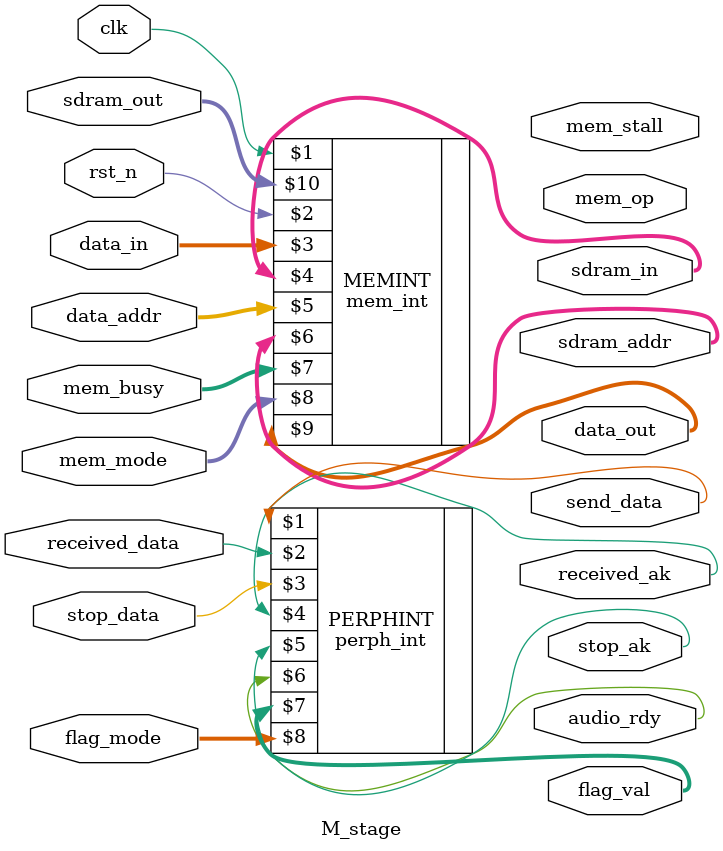
<source format=sv>
module M_stage(clk, rst_n, data_in, sdram_in, data_addr, sdram_addr, mem_busy, mem_mode, data_out, sdram_out, mem_op, mem_stall,
	send_data, received_data, stop_data, received_ak, stop_ak, audio_rdy, flag_val, flag_mode);


// M pipeline stage for the 554 CPU


////////////////////////////////////////////////////////////////////////////////


// I/O
input clk, rst_n;
input [31:0] data_in; // data from CPU for M stage
input [31:0] sdram_out; // data from SDRAM for M stage
input [31:0] data_addr; // address for the SDRAM to be read from/written to from the CPU
input [1:0] mem_busy; // busy line from memory with the following values
		      // 00 = memory not busy
		      // 01 = memory doing CPU task
		      // 10 = memory doing SPART task
		      // 11 = memory doing Audio task
input [1:0] mem_mode; // signal from the Control module that tels the FSM what to request from the SDRAM controller with the following values
		      // 00 = memory not requested
		      // 01 = memory read requested
		      // 10 = memory write requested
output reg mem_stall; // signal to tell control module to wait for memory
output [31:0] data_out; // data from the M stage for the CPU
output [31:0] sdram_in; // data from the M stage for the SDRAM
output [31:0] sdram_addr; // address for the SDRAM to be read from/written to from the M stage
output reg [1:0] mem_op; // signal to SDRAM controller with what the CPU is requesting with the following values
			 // 00 = CPU not requesting memory
			 // 01 = CPU requesting read
			 // 10 = CPU requesting write

input received_data; // signal from SPART saying new data has been received
input stop_data; // signal from SPART saying to stop playback
output send_data; // signal to SPART saying that data is ready to be sent to the host PC
output received_ak, stop_ak; // signals to SPART saying respective input flags have been ready
output audio_rdy; // signal to AUDIO saying song data is ready to be played
output reg [31:0] flag_val; // value of flag read to be stored in a 32-bit register
input [2:0] flag_mode; // signal from the Control module saying which combination of flags to read/set


////////////////////////////////////////////////////////////////////////////////


// Instantiated Modules
perph_int PERPHINT(send_data, received_data, stop_data, received_ak, stop_ak, audio_rdy, flag_val, flag_mode);
mem_int MEMINT(clk, rst_n, data_in, sdram_in, data_addr, sdram_addr, mem_busy, mem_mode, data_out, sdram_out);


endmodule

</source>
